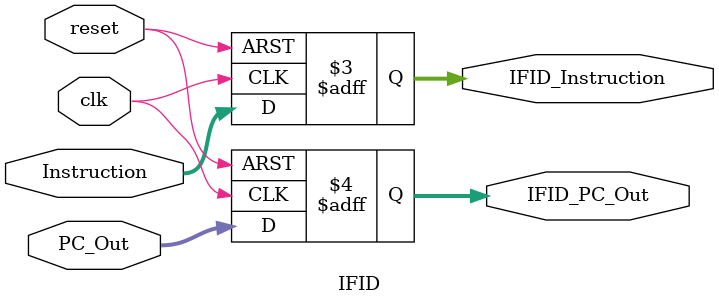
<source format=v>
`timescale 1ns / 1ps
module IFID(
    input clk,
    input reset,
    input [31:0] Instruction,
    input [63:0] PC_Out,
    output reg [31:0] IFID_Instruction,
    output reg [63:0] IFID_PC_Out
);
always @(posedge clk or posedge reset) begin
    if (reset == 1'b1) begin
        IFID_Instruction = 0; IFID_PC_Out = 0;
    end
    else begin
        IFID_Instruction = Instruction; IFID_PC_Out = PC_Out;
    end
end
endmodule
</source>
